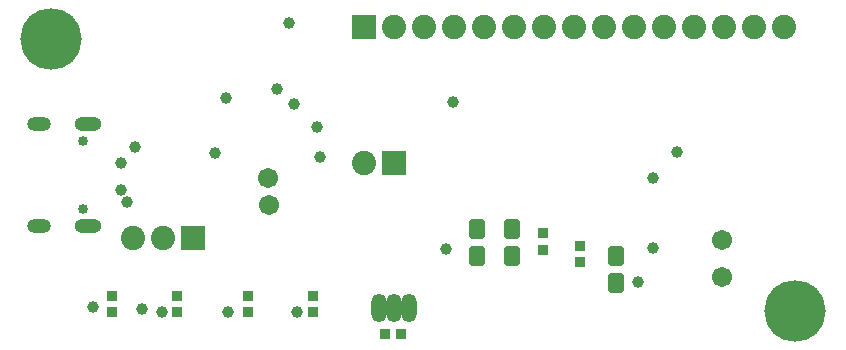
<source format=gbr>
%TF.GenerationSoftware,Altium Limited,Altium Designer,24.0.1 (36)*%
G04 Layer_Color=16711935*
%FSLAX45Y45*%
%MOMM*%
%TF.SameCoordinates,DDEBADB9-0EAF-4DA9-B7D3-1C4C0305AAAB*%
%TF.FilePolarity,Negative*%
%TF.FileFunction,Soldermask,Bot*%
%TF.Part,Single*%
G01*
G75*
%TA.AperFunction,SMDPad,CuDef*%
G04:AMPARAMS|DCode=48|XSize=1.624mm|YSize=1.37mm|CornerRadius=0.14525mm|HoleSize=0mm|Usage=FLASHONLY|Rotation=270.000|XOffset=0mm|YOffset=0mm|HoleType=Round|Shape=RoundedRectangle|*
%AMROUNDEDRECTD48*
21,1,1.62400,1.07950,0,0,270.0*
21,1,1.33350,1.37000,0,0,270.0*
1,1,0.29050,-0.53975,-0.66675*
1,1,0.29050,-0.53975,0.66675*
1,1,0.29050,0.53975,0.66675*
1,1,0.29050,0.53975,-0.66675*
%
%ADD48ROUNDEDRECTD48*%
G04:AMPARAMS|DCode=52|XSize=0.862mm|YSize=0.862mm|CornerRadius=0.0881mm|HoleSize=0mm|Usage=FLASHONLY|Rotation=0.000|XOffset=0mm|YOffset=0mm|HoleType=Round|Shape=RoundedRectangle|*
%AMROUNDEDRECTD52*
21,1,0.86200,0.68580,0,0,0.0*
21,1,0.68580,0.86200,0,0,0.0*
1,1,0.17620,0.34290,-0.34290*
1,1,0.17620,-0.34290,-0.34290*
1,1,0.17620,-0.34290,0.34290*
1,1,0.17620,0.34290,0.34290*
%
%ADD52ROUNDEDRECTD52*%
%TA.AperFunction,ComponentPad*%
%ADD57C,2.05320*%
%ADD58R,2.05320X2.05320*%
%ADD59O,1.31320X2.42320*%
%ADD60C,0.85320*%
%ADD61O,2.30320X1.20320*%
%ADD62O,2.00320X1.20320*%
%ADD63C,5.20320*%
%TA.AperFunction,ViaPad*%
%ADD64C,1.70320*%
%ADD65C,1.00320*%
%TA.AperFunction,SMDPad,CuDef*%
G04:AMPARAMS|DCode=66|XSize=0.862mm|YSize=0.862mm|CornerRadius=0.0881mm|HoleSize=0mm|Usage=FLASHONLY|Rotation=270.000|XOffset=0mm|YOffset=0mm|HoleType=Round|Shape=RoundedRectangle|*
%AMROUNDEDRECTD66*
21,1,0.86200,0.68580,0,0,270.0*
21,1,0.68580,0.86200,0,0,270.0*
1,1,0.17620,-0.34290,-0.34290*
1,1,0.17620,-0.34290,0.34290*
1,1,0.17620,0.34290,0.34290*
1,1,0.17620,0.34290,-0.34290*
%
%ADD66ROUNDEDRECTD66*%
D48*
X5130800Y584200D02*
D03*
Y812800D02*
D03*
X4254500Y1043940D02*
D03*
Y815340D02*
D03*
X3954800Y818000D02*
D03*
Y1046600D02*
D03*
D52*
X3175000Y152400D02*
D03*
X3314700D02*
D03*
D57*
X3000000Y1600000D02*
D03*
X6556000Y2750000D02*
D03*
X6302000D02*
D03*
X4778000D02*
D03*
X4524000D02*
D03*
X4270000D02*
D03*
X4016000D02*
D03*
X3254000D02*
D03*
X3508000D02*
D03*
X3762000D02*
D03*
X5032000D02*
D03*
X5286000D02*
D03*
X5540000D02*
D03*
X5794000D02*
D03*
X6048000D02*
D03*
X1041400Y965200D02*
D03*
X1295400D02*
D03*
D58*
X3254000Y1600000D02*
D03*
X3000000Y2750000D02*
D03*
X1549400Y965200D02*
D03*
D59*
X3124200Y378285D02*
D03*
X3251200D02*
D03*
X3378200D02*
D03*
D60*
X618000Y1789000D02*
D03*
Y1211000D02*
D03*
D61*
X668000Y1068000D02*
D03*
Y1932000D02*
D03*
D62*
X250000Y1068000D02*
D03*
Y1932000D02*
D03*
D63*
X350000Y2650000D02*
D03*
X6650000Y350000D02*
D03*
D64*
X2184400Y1473200D02*
D03*
X2195800Y1244600D02*
D03*
X6032500Y635000D02*
D03*
Y952500D02*
D03*
D65*
X939800Y1371600D02*
D03*
Y1600200D02*
D03*
X2364740Y2788920D02*
D03*
X2603500Y1905000D02*
D03*
X5654040Y1691640D02*
D03*
X1117600Y365760D02*
D03*
X703700Y386814D02*
D03*
X1287900Y336880D02*
D03*
X1740480Y1684020D02*
D03*
X1836420Y2153920D02*
D03*
X2268220Y2232660D02*
D03*
X5318760Y596900D02*
D03*
X2626360Y1656080D02*
D03*
X3695700Y876300D02*
D03*
X5445760Y881380D02*
D03*
X5447000Y1476000D02*
D03*
X990600Y1270000D02*
D03*
X3754120Y2120900D02*
D03*
X2430900Y342880D02*
D03*
X1846700Y336880D02*
D03*
X2405380Y2103120D02*
D03*
X1063280Y1734820D02*
D03*
D66*
X871500Y476580D02*
D03*
Y336880D02*
D03*
X1421500Y476580D02*
D03*
Y336880D02*
D03*
X2021500Y476580D02*
D03*
Y336880D02*
D03*
X2571500Y476580D02*
D03*
Y336880D02*
D03*
X4826000Y901700D02*
D03*
Y762000D02*
D03*
X4518660Y866140D02*
D03*
Y1005840D02*
D03*
%TF.MD5,a19bb305a3268caa5b07e5f670c90b13*%
M02*

</source>
